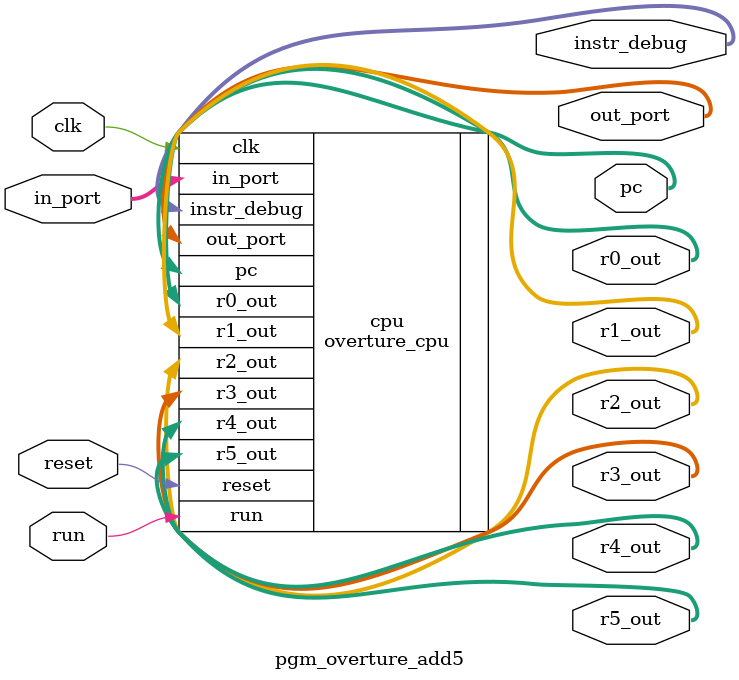
<source format=sv>
module pgm_overture_add5 (
    input        clk,
    input        reset,
    input        run,
    input  [7:0] in_port,
    output [7:0] pc,
    output [7:0] out_port,
    output [7:0] instr_debug,
    output [7:0] r0_out,
    output [7:0] r1_out,
    output [7:0] r2_out,
    output [7:0] r3_out,
    output [7:0] r4_out,
    output [7:0] r5_out
);

    // Program wrapper for overture_add5.txt.
    overture_cpu cpu (
        .clk(clk),
        .reset(reset),
        .run(run),
        .in_port(in_port),
        .pc(pc),
        .out_port(out_port),
        .instr_debug(instr_debug),
        .r0_out(r0_out),
        .r1_out(r1_out),
        .r2_out(r2_out),
        .r3_out(r3_out),
        .r4_out(r4_out),
        .r5_out(r5_out)
    );

endmodule

</source>
